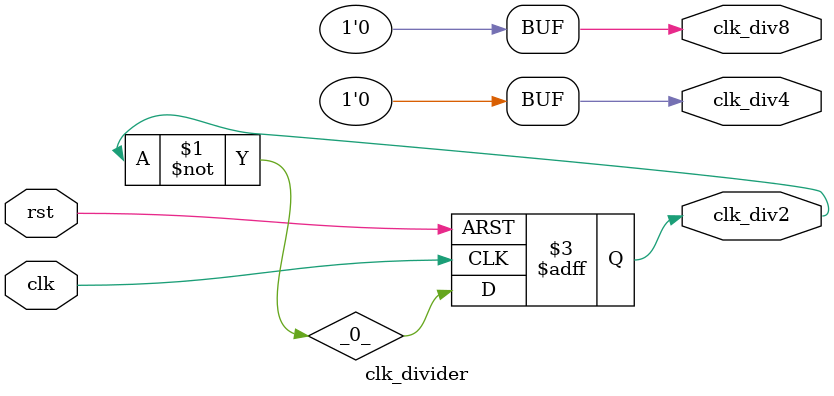
<source format=v>
/* Generated by Yosys 0.53+3 (git sha1 6378ba10e, g++ 13.3.0-6ubuntu2~24.04 -fPIC -O3) */

(* top =  1  *)
(* src = "clk_divider.v:1.1-42.10" *)
module clk_divider(clk, rst, clk_div2, clk_div4, clk_div8);
  (* src = "clk_divider.v:11.1-22.4" *)
  wire _0_;
  (* src = "clk_divider.v:3.12-3.15" *)
  input clk;
  wire clk;
  (* src = "clk_divider.v:5.12-5.20" *)
  output clk_div2;
  reg clk_div2;
  (* src = "clk_divider.v:6.12-6.20" *)
  output clk_div4;
  wire clk_div4;
  (* src = "clk_divider.v:7.12-7.20" *)
  output clk_div8;
  wire clk_div8;
  (* src = "clk_divider.v:4.12-4.15" *)
  input rst;
  wire rst;
  assign _0_ = ~clk_div2;
  (* src = "clk_divider.v:11.1-22.4" *)
  always @(posedge clk, posedge rst)
    if (rst) clk_div2 <= 1'h0;
    else clk_div2 <= _0_;
  assign clk_div4 = 1'h0;
  assign clk_div8 = 1'h0;
endmodule

</source>
